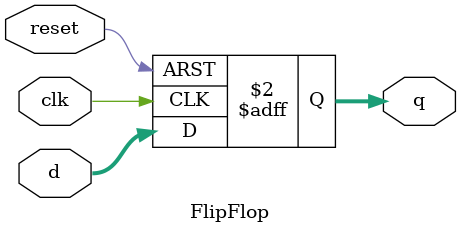
<source format=v>

module FlipFlop #(
    parameter N = 32    // Default bit width
  )(
    input clk,
    input reset,
    input [N-1:0] d,
    output reg [N-1:0] q
  );

  // Sequential logic for the register
  /*
      1. Sensitive to posedge of clock
      2. Sensitive to posedge of reset (asynchronous reset)
  */
  always @(posedge clk or posedge reset)
  begin
    if (reset)
    begin
      q <= {N{1'b0}};  // Reset the register to 0 (N bits)
    end
    else
    begin
      q <= d;          // On each clock cycle, store the input data in the register
    end
  end

endmodule

</source>
